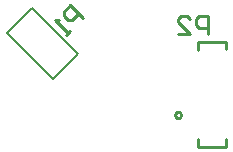
<source format=gbo>
G04 Layer_Color=32896*
%FSLAX25Y25*%
%MOIN*%
G70*
G01*
G75*
%ADD13C,0.01000*%
%ADD33C,0.00800*%
D13*
X21586Y-1969D02*
X21167Y-1098D01*
X20225Y-883D01*
X19469Y-1485D01*
Y-2452D01*
X20225Y-3054D01*
X21167Y-2839D01*
X21586Y-1969D01*
X36614Y20079D02*
Y22441D01*
X27165Y19685D02*
Y22441D01*
Y-12598D02*
Y-9843D01*
X36614Y-12598D02*
Y-9843D01*
X27165Y22441D02*
X36614D01*
X27165Y-12598D02*
X36614D01*
X-11271Y30391D02*
X-15513Y34633D01*
X-17633Y32512D01*
Y31098D01*
X-16219Y29685D01*
X-14806D01*
X-12685Y31805D01*
X-15513Y26150D02*
X-16926Y24736D01*
X-16219Y25443D01*
X-20461Y29685D01*
X-19047D01*
X30600Y24900D02*
Y30898D01*
X27601D01*
X26601Y29898D01*
Y27899D01*
X27601Y26899D01*
X30600D01*
X20603Y24900D02*
X24602D01*
X20603Y28899D01*
Y29898D01*
X21603Y30898D01*
X23602D01*
X24602Y29898D01*
D33*
X-21100Y9948D02*
X-12679Y18370D01*
X-36551Y25399D02*
X-21100Y9948D01*
X-36551Y25399D02*
X-28129Y33820D01*
X-12679Y18370D01*
M02*

</source>
